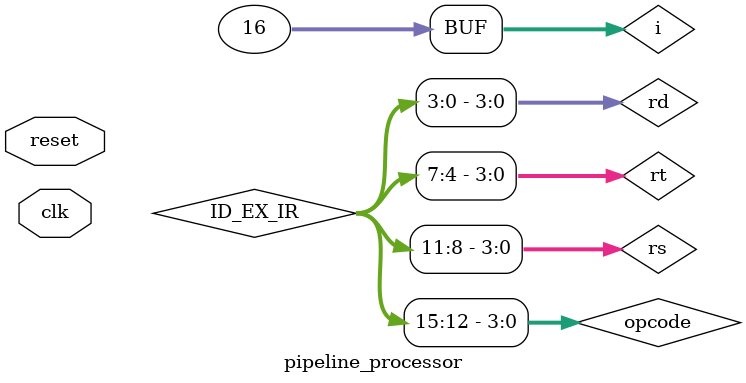
<source format=v>
`timescale 1ns / 1ps


module pipeline_processor (
    input clk,
    input reset
);

    // Instruction Memory (16 x 16)
    reg [15:0] instr_mem [0:15];

    // Register File (16 registers)
    reg [15:0] reg_file [0:15];

    // Data Memory
    reg [15:0] data_mem [0:15];

    // Program Counter
    reg [3:0] PC;

    // Pipeline Registers
    reg [15:0] IF_ID_IR;
    reg [15:0] ID_EX_IR;
    reg [15:0] EX_MEM_ALU;
    reg [3:0]  EX_MEM_RD;
    reg [15:0] MEM_WB_DATA;
    reg [3:0]  MEM_WB_RD;

    // Instruction fields
    wire [3:0] opcode = ID_EX_IR[15:12];
    wire [3:0] rs     = ID_EX_IR[11:8];
    wire [3:0] rt     = ID_EX_IR[7:4];
    wire [3:0] rd     = ID_EX_IR[3:0];

    integer i;

    // ---------------- INITIALIZATION (for simulation) ----------------
    initial begin
        PC = 0;

        for (i = 0; i < 16; i = i + 1) begin
            reg_file[i] = i;      // R0=0, R1=1, ...
            data_mem[i] = i * 2;  // Sample data
            instr_mem[i] = 16'b0;
        end

        // Instructions
        // opcode rs rt rd
        instr_mem[0] = 16'b0000_0001_0010_0011; // ADD R1,R2 -> R3
        instr_mem[1] = 16'b0001_0011_0001_0100; // SUB R3,R1 -> R4
        instr_mem[2] = 16'b0010_0000_0010_0101; // LOAD mem[2] -> R5
    end

    // ---------------- IF STAGE ----------------
    always @(posedge clk) begin
        if (reset) begin
            PC <= 0;
        end else begin
            IF_ID_IR <= instr_mem[PC];
            PC <= PC + 1;
        end
    end

    // ---------------- ID STAGE ----------------
    always @(posedge clk) begin
        ID_EX_IR <= IF_ID_IR;
    end

    // ---------------- EX STAGE ----------------
    always @(posedge clk) begin
        case (opcode)
            4'b0000: EX_MEM_ALU <= reg_file[rs] + reg_file[rt]; // ADD
            4'b0001: EX_MEM_ALU <= reg_file[rs] - reg_file[rt]; // SUB
            4'b0010: EX_MEM_ALU <= data_mem[rt];                // LOAD
            default: EX_MEM_ALU <= 0;
        endcase
        EX_MEM_RD <= rd;
    end

    // ---------------- MEM / WB STAGE ----------------
    always @(posedge clk) begin
        MEM_WB_DATA <= EX_MEM_ALU;
        MEM_WB_RD   <= EX_MEM_RD;
        reg_file[MEM_WB_RD] <= MEM_WB_DATA;
    end

endmodule

</source>
